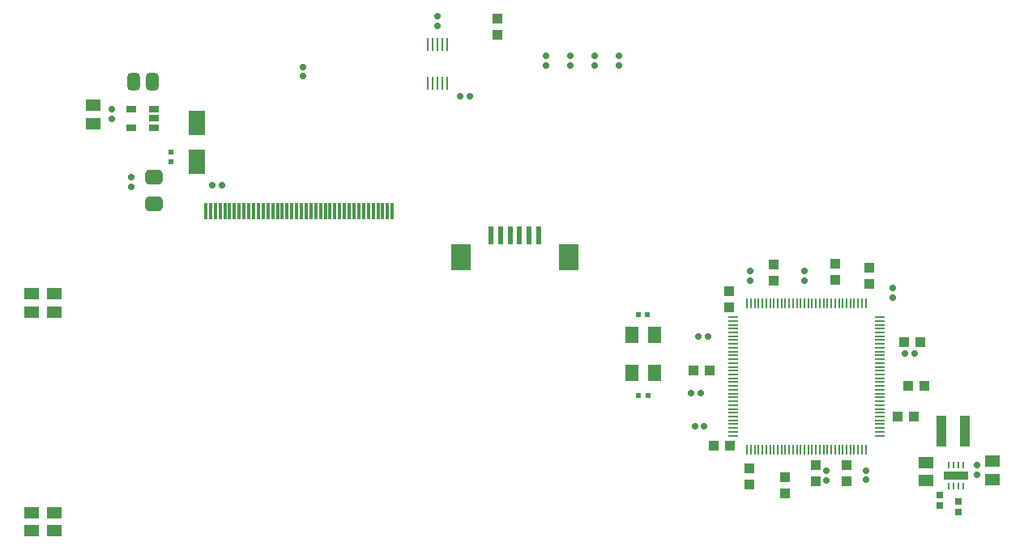
<source format=gbp>
G04 Layer_Color=128*
%FSLAX24Y24*%
%MOIN*%
G70*
G01*
G75*
%ADD21R,0.0394X0.0433*%
G04:AMPARAMS|DCode=22|XSize=25.6mil|YSize=23.6mil|CornerRadius=5.9mil|HoleSize=0mil|Usage=FLASHONLY|Rotation=0.000|XOffset=0mil|YOffset=0mil|HoleType=Round|Shape=RoundedRectangle|*
%AMROUNDEDRECTD22*
21,1,0.0256,0.0118,0,0,0.0*
21,1,0.0138,0.0236,0,0,0.0*
1,1,0.0118,0.0069,-0.0059*
1,1,0.0118,-0.0069,-0.0059*
1,1,0.0118,-0.0069,0.0059*
1,1,0.0118,0.0069,0.0059*
%
%ADD22ROUNDEDRECTD22*%
%ADD23R,0.0256X0.0295*%
%ADD24R,0.0591X0.0512*%
G04:AMPARAMS|DCode=25|XSize=25.6mil|YSize=23.6mil|CornerRadius=5.9mil|HoleSize=0mil|Usage=FLASHONLY|Rotation=90.000|XOffset=0mil|YOffset=0mil|HoleType=Round|Shape=RoundedRectangle|*
%AMROUNDEDRECTD25*
21,1,0.0256,0.0118,0,0,90.0*
21,1,0.0138,0.0236,0,0,90.0*
1,1,0.0118,0.0059,0.0069*
1,1,0.0118,0.0059,-0.0069*
1,1,0.0118,-0.0059,-0.0069*
1,1,0.0118,-0.0059,0.0069*
%
%ADD25ROUNDEDRECTD25*%
%ADD26R,0.0197X0.0236*%
%ADD27R,0.0236X0.0197*%
%ADD28R,0.0669X0.0984*%
%ADD29R,0.0138X0.0709*%
%ADD30R,0.0126X0.0709*%
%ADD31R,0.0433X0.1260*%
%ADD32R,0.0097X0.0433*%
%ADD33R,0.0433X0.0097*%
%ADD34R,0.0433X0.0097*%
%ADD35R,0.0433X0.0256*%
%ADD36R,0.0236X0.0748*%
%ADD37R,0.0827X0.1102*%
%ADD38R,0.0098X0.0315*%
%ADD39R,0.0984X0.0354*%
%ADD40R,0.0551X0.0709*%
G04:AMPARAMS|DCode=41|XSize=70.9mil|YSize=51.2mil|CornerRadius=12.8mil|HoleSize=0mil|Usage=FLASHONLY|Rotation=270.000|XOffset=0mil|YOffset=0mil|HoleType=Round|Shape=RoundedRectangle|*
%AMROUNDEDRECTD41*
21,1,0.0709,0.0256,0,0,270.0*
21,1,0.0453,0.0512,0,0,270.0*
1,1,0.0256,-0.0128,-0.0226*
1,1,0.0256,-0.0128,0.0226*
1,1,0.0256,0.0128,0.0226*
1,1,0.0256,0.0128,-0.0226*
%
%ADD41ROUNDEDRECTD41*%
%ADD42O,0.0098X0.0571*%
%ADD43R,0.0433X0.0394*%
G04:AMPARAMS|DCode=44|XSize=70.9mil|YSize=63mil|CornerRadius=15.7mil|HoleSize=0mil|Usage=FLASHONLY|Rotation=180.000|XOffset=0mil|YOffset=0mil|HoleType=Round|Shape=RoundedRectangle|*
%AMROUNDEDRECTD44*
21,1,0.0709,0.0315,0,0,180.0*
21,1,0.0394,0.0630,0,0,180.0*
1,1,0.0315,-0.0197,0.0157*
1,1,0.0315,0.0197,0.0157*
1,1,0.0315,0.0197,-0.0157*
1,1,0.0315,-0.0197,-0.0157*
%
%ADD44ROUNDEDRECTD44*%
D21*
X23000Y24750D02*
D03*
X23000Y24081D02*
D03*
X32530Y12860D02*
D03*
X32530Y13529D02*
D03*
X34361Y13937D02*
D03*
X34361Y14606D02*
D03*
X36881Y13970D02*
D03*
X36881Y14639D02*
D03*
X33350Y6210D02*
D03*
X33350Y5541D02*
D03*
X34810Y5850D02*
D03*
X34810Y5181D02*
D03*
X36078Y6358D02*
D03*
X36078Y5689D02*
D03*
X37354Y6358D02*
D03*
X37354Y5689D02*
D03*
X38283Y13799D02*
D03*
X38283Y14468D02*
D03*
D22*
X26000Y23200D02*
D03*
X26000Y22806D02*
D03*
X27000Y23200D02*
D03*
X27000Y22806D02*
D03*
X27990Y23200D02*
D03*
X27990Y22806D02*
D03*
X7920Y17816D02*
D03*
X7920Y18210D02*
D03*
X39243Y13239D02*
D03*
X39243Y13632D02*
D03*
X33401Y13937D02*
D03*
X33401Y14331D02*
D03*
X36530Y6100D02*
D03*
X36530Y5706D02*
D03*
X38141Y6126D02*
D03*
X38141Y5732D02*
D03*
X35606Y13937D02*
D03*
X35606Y14331D02*
D03*
X25000Y22806D02*
D03*
X25000Y23200D02*
D03*
X20530Y24450D02*
D03*
X20530Y24844D02*
D03*
X14990Y22760D02*
D03*
X14990Y22366D02*
D03*
X42725Y6336D02*
D03*
X42725Y5942D02*
D03*
X7133Y21021D02*
D03*
X7133Y20627D02*
D03*
D23*
X41185Y4669D02*
D03*
X41185Y5102D02*
D03*
X41956Y4843D02*
D03*
X41956Y4410D02*
D03*
D24*
X40605Y6459D02*
D03*
X40605Y5711D02*
D03*
X43355Y6500D02*
D03*
X43355Y5752D02*
D03*
X4764Y3642D02*
D03*
X4764Y4390D02*
D03*
X3819Y3642D02*
D03*
X3819Y4390D02*
D03*
X4764Y12650D02*
D03*
X4764Y13398D02*
D03*
X3819Y12650D02*
D03*
X3819Y13398D02*
D03*
X6346Y21167D02*
D03*
X6346Y20419D02*
D03*
D25*
X39750Y10945D02*
D03*
X40144Y10945D02*
D03*
X31350Y9300D02*
D03*
X30956Y9300D02*
D03*
X31500Y7953D02*
D03*
X31106Y7953D02*
D03*
X11654Y17876D02*
D03*
X11261Y17876D02*
D03*
X31650Y11654D02*
D03*
X31256Y11654D02*
D03*
X21450Y21550D02*
D03*
X21844Y21550D02*
D03*
D26*
X28775Y12550D02*
D03*
X29169Y12550D02*
D03*
X29176Y9197D02*
D03*
X28782Y9197D02*
D03*
D27*
X9558Y19250D02*
D03*
X9558Y18856D02*
D03*
D28*
X10629Y18856D02*
D03*
X10629Y20431D02*
D03*
D29*
X10985Y16812D02*
D03*
X12166Y16812D02*
D03*
X12363Y16812D02*
D03*
X12560Y16812D02*
D03*
X12757Y16812D02*
D03*
X12954Y16812D02*
D03*
X13151Y16812D02*
D03*
X13347Y16812D02*
D03*
X13544Y16812D02*
D03*
X13741Y16812D02*
D03*
X13938Y16812D02*
D03*
X14135Y16812D02*
D03*
X14332Y16812D02*
D03*
X14528Y16812D02*
D03*
X14725Y16812D02*
D03*
X14922Y16812D02*
D03*
X15119Y16812D02*
D03*
X15316Y16812D02*
D03*
X15513Y16812D02*
D03*
X15710Y16812D02*
D03*
X15906Y16812D02*
D03*
X16103Y16812D02*
D03*
X16300Y16812D02*
D03*
X16497Y16812D02*
D03*
X16694Y16812D02*
D03*
X16891Y16812D02*
D03*
X17088Y16812D02*
D03*
X17284Y16812D02*
D03*
X17481Y16812D02*
D03*
X17678Y16812D02*
D03*
X17875Y16812D02*
D03*
X18072Y16812D02*
D03*
X18269Y16812D02*
D03*
X18466Y16812D02*
D03*
X18662Y16812D02*
D03*
D30*
X11182Y16812D02*
D03*
X11379Y16812D02*
D03*
X11576Y16812D02*
D03*
X11773Y16812D02*
D03*
X11969Y16812D02*
D03*
D31*
X42212Y7760D02*
D03*
X41268Y7760D02*
D03*
D32*
X33259Y6988D02*
D03*
X33417Y6988D02*
D03*
X33574Y6988D02*
D03*
X33732Y6988D02*
D03*
X33889Y6988D02*
D03*
X34046Y6988D02*
D03*
X34204Y6988D02*
D03*
X34361Y6988D02*
D03*
X34519Y6988D02*
D03*
X34676Y6988D02*
D03*
X34834Y6988D02*
D03*
X34991Y6988D02*
D03*
X35149Y6988D02*
D03*
X35306Y6988D02*
D03*
X35464Y6988D02*
D03*
X35621Y6988D02*
D03*
X35779Y6988D02*
D03*
X35936Y6988D02*
D03*
X36094Y6988D02*
D03*
X36251Y6988D02*
D03*
X36409Y6988D02*
D03*
X36566Y6988D02*
D03*
X36724Y6988D02*
D03*
X36881Y6988D02*
D03*
X37039Y6988D02*
D03*
X37196Y6988D02*
D03*
X37354Y6988D02*
D03*
X37511Y6988D02*
D03*
X37668Y6988D02*
D03*
X37826Y6988D02*
D03*
X37983Y6988D02*
D03*
X38141Y6988D02*
D03*
X38141Y13012D02*
D03*
X37983Y13012D02*
D03*
X37826Y13012D02*
D03*
X37668Y13012D02*
D03*
X37511Y13012D02*
D03*
X37354Y13012D02*
D03*
X37196Y13012D02*
D03*
X37039Y13012D02*
D03*
X36881Y13012D02*
D03*
X36724Y13012D02*
D03*
X36566Y13012D02*
D03*
X36409Y13012D02*
D03*
X36251Y13012D02*
D03*
X36094Y13012D02*
D03*
X35936Y13012D02*
D03*
X35779Y13012D02*
D03*
X35621Y13012D02*
D03*
X35464Y13012D02*
D03*
X35306Y13012D02*
D03*
X35149Y13012D02*
D03*
X34991Y13012D02*
D03*
X34834Y13012D02*
D03*
X34676Y13012D02*
D03*
X34519Y13012D02*
D03*
X34361Y13012D02*
D03*
X34204Y13012D02*
D03*
X34046Y13012D02*
D03*
X33889Y13012D02*
D03*
X33732Y13012D02*
D03*
X33574Y13012D02*
D03*
X33417Y13012D02*
D03*
X33259Y13012D02*
D03*
D33*
X38712Y7559D02*
D03*
X38712Y7717D02*
D03*
X38712Y7874D02*
D03*
X38712Y8031D02*
D03*
X38712Y8189D02*
D03*
X38712Y8346D02*
D03*
X38712Y8504D02*
D03*
X38712Y8661D02*
D03*
X38712Y8819D02*
D03*
X38712Y8976D02*
D03*
X38712Y9134D02*
D03*
X38712Y9291D02*
D03*
X38712Y9449D02*
D03*
X38712Y9606D02*
D03*
X38712Y9764D02*
D03*
X38712Y9921D02*
D03*
X38712Y10079D02*
D03*
X38712Y10236D02*
D03*
X38712Y10394D02*
D03*
X38712Y10551D02*
D03*
X38712Y10709D02*
D03*
X38712Y10866D02*
D03*
X38712Y11024D02*
D03*
X38712Y11181D02*
D03*
X38712Y11339D02*
D03*
X38712Y11496D02*
D03*
X38712Y11654D02*
D03*
X38712Y11811D02*
D03*
X38712Y11968D02*
D03*
X38712Y12126D02*
D03*
X38712Y12283D02*
D03*
X38712Y12441D02*
D03*
X32688Y12441D02*
D03*
X32688Y12283D02*
D03*
X32688Y12126D02*
D03*
X32688Y11968D02*
D03*
X32688Y11811D02*
D03*
X32688Y11654D02*
D03*
X32688Y11496D02*
D03*
X32688Y11339D02*
D03*
X32688Y11181D02*
D03*
X32688Y11024D02*
D03*
X32688Y10866D02*
D03*
X32688Y10709D02*
D03*
X32688Y10551D02*
D03*
X32688Y10394D02*
D03*
X32688Y10236D02*
D03*
X32688Y10079D02*
D03*
X32688Y9921D02*
D03*
X32688Y9764D02*
D03*
X32688Y9606D02*
D03*
X32688Y9449D02*
D03*
X32688Y9291D02*
D03*
X32688Y9134D02*
D03*
X32688Y8976D02*
D03*
X32688Y8819D02*
D03*
X32688Y8661D02*
D03*
X32688Y8504D02*
D03*
X32688Y8346D02*
D03*
X32688Y8189D02*
D03*
X32688Y8031D02*
D03*
X32688Y7874D02*
D03*
X32688Y7717D02*
D03*
D34*
X32688Y7559D02*
D03*
D35*
X7920Y21009D02*
D03*
X7920Y20261D02*
D03*
X8865Y20261D02*
D03*
X8865Y20635D02*
D03*
X8865Y21009D02*
D03*
D36*
X24686Y15828D02*
D03*
X24292Y15828D02*
D03*
X23898Y15828D02*
D03*
X23505Y15828D02*
D03*
X23111Y15828D02*
D03*
X22717Y15828D02*
D03*
D37*
X25926Y14903D02*
D03*
X21477Y14903D02*
D03*
D38*
X42153Y5472D02*
D03*
X41956Y5472D02*
D03*
X41759Y5472D02*
D03*
X41562Y5472D02*
D03*
X41562Y6339D02*
D03*
X41759Y6339D02*
D03*
X41956Y6339D02*
D03*
X42153Y6339D02*
D03*
D39*
X41857Y5906D02*
D03*
D40*
X28507Y11717D02*
D03*
X29452Y11717D02*
D03*
X29452Y10142D02*
D03*
X28507Y10142D02*
D03*
D41*
X8794Y22160D02*
D03*
X8006Y22160D02*
D03*
D42*
X20136Y23667D02*
D03*
X20333Y23667D02*
D03*
X20530Y23667D02*
D03*
X20727Y23667D02*
D03*
X20924Y23667D02*
D03*
X20136Y22073D02*
D03*
X20333Y22073D02*
D03*
X20530Y22073D02*
D03*
X20727Y22073D02*
D03*
X20924Y22073D02*
D03*
D43*
X39732Y11417D02*
D03*
X40401Y11417D02*
D03*
X32570Y7160D02*
D03*
X31901Y7160D02*
D03*
X39880Y9616D02*
D03*
X40550Y9616D02*
D03*
X39450Y8362D02*
D03*
X40119Y8362D02*
D03*
X31720Y10236D02*
D03*
X31051Y10236D02*
D03*
D44*
X8865Y17108D02*
D03*
X8865Y18210D02*
D03*
M02*

</source>
